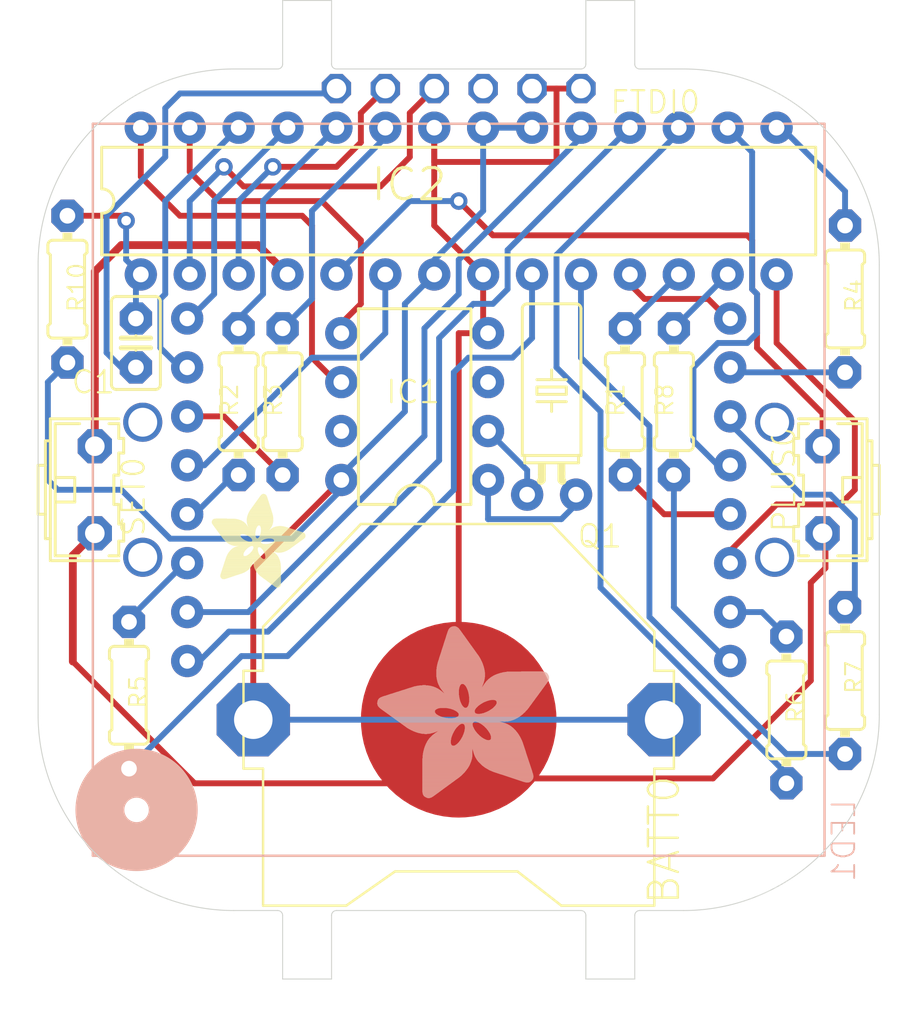
<source format=kicad_pcb>
(kicad_pcb (version 20211014) (generator pcbnew)
  (layers (0 "F.Cu" signal) (1 "In1.Cu" signal) (2 "In2.Cu" signal) (3 "In3.Cu" signal) (4 "In4.Cu" signal) (5 "In5.Cu" signal) (6 "In6.Cu" signal) (7 "In7.Cu" signal) (8 "In8.Cu" signal) (9 "In9.Cu" signal) (10 "In10.Cu" signal) (11 "In11.Cu" signal) (12 "In12.Cu" signal) (13 "In13.Cu" signal) (14 "In14.Cu" signal) (31 "B.Cu" signal) (34 "B.Paste" user) (35 "F.Paste" user) (36 "B.SilkS" user "B.Silkscreen") (37 "F.SilkS" user "F.Silkscreen") (38 "B.Mask" user) (39 "F.Mask" user) (44 "Edge.Cuts" user))
  (net 0 "")
  (net 1 "GND")
  (net 2 "VCC")
  (net 3 "N$1")
  (net 4 "N$2")
  (net 5 "N$3")
  (net 6 "I2C_SDA")
  (net 7 "I2C_SCL")
  (net 8 "LEDCATHODE0")
  (net 9 "LEDCATHODE1")
  (net 10 "LEDCATHODE2")
  (net 11 "LEDCATHODE5")
  (net 12 "LEDCATHODE7")
  (net 13 "LEDCATHODE6")
  (net 14 "LEDCATHODE3")
  (net 15 "LEDCATHODE4")
  (net 16 "LEDANODE7")
  (net 17 "LEDANODE6")
  (net 18 "LEDANODE5")
  (net 19 "LEDANODE4")
  (net 20 "LEDANODE3")
  (net 21 "LEDANODE2")
  (net 22 "LEDANODE1")
  (net 23 "LEDANODE0")
  (net 24 "N$10")
  (net 25 "N$7")
  (net 26 "N$6")
  (net 27 "N$13")
  (net 28 "N$14")
  (net 29 "N$9")
  (net 30 "N$8")
  (net 31 "N$11")
  (net 32 "TXD")
  (net 33 "RXD")
  (net 34 "N$16")
  (net 35 "N$4")
  (net 36 "N$5")
  (footprint "boardEagle:1X06-CLEAN" (layer "F.Cu") (at 148.5011 84.1756 180)
    (fp_text reference "FTDI0" (at -7.7978 -0.7112) (layer "F.SilkS") (effects (font (size 1.1557 1.1557) (thickness 0.1143)) (justify left)))
    (fp_text value "DNP")
    (pad "1" thru_hole roundrect (at -6.35 0 270) (size 1.524 1.524) (drill 1.016) (layers *.Cu *.Mask) (chamfer_ratio 0.2928932188) (chamfer top_left top_right bottom_left bottom_right) (net 1 "GND"))
    (pad "2" thru_hole roundrect (at -3.81 0 270) (size 1.524 1.524) (drill 1.016) (layers *.Cu *.Mask) (chamfer_ratio 0.2928932188) (chamfer top_left top_right bottom_left bottom_right) (net 1 "GND"))
    (pad "3" thru_hole roundrect (at -1.27 0 270) (size 1.524 1.524) (drill 1.016) (layers *.Cu *.Mask) (chamfer_ratio 0.2928932188) (chamfer top_left top_right bottom_left bottom_right))
    (pad "4" thru_hole roundrect (at 1.27 0 270) (size 1.524 1.524) (drill 1.016) (layers *.Cu *.Mask) (chamfer_ratio 0.2928932188) (chamfer top_left top_right bottom_left bottom_right) (net 33 "RXD"))
    (pad "5" thru_hole roundrect (at 3.81 0 270) (size 1.524 1.524) (drill 1.016) (layers *.Cu *.Mask) (chamfer_ratio 0.2928932188) (chamfer top_left top_right bottom_left bottom_right) (net 32 "TXD"))
    (pad "6" thru_hole roundrect (at 6.35 0 270) (size 1.524 1.524) (drill 1.016) (layers *.Cu *.Mask) (chamfer_ratio 0.2928932188) (chamfer top_left top_right bottom_left bottom_right) (net 34 "N$16"))
  )
  (footprint "boardEagle:ADAFRUIT_5MM" (layer "F.Cu") (at 135.6741 110.0836)
    (fp_text reference "U$1" hide)
    (fp_text value "" hide)
  )
  (footprint "boardEagle:CR2032-THRU" (layer "F.Cu") (at 148.5011 116.9416 180)
    (fp_text reference "BATT0" (at -10.668 -2.794 90) (layer "F.SilkS") (effects (font (size 1.553017 1.553017) (thickness 0.123383)) (justify right)))
    (fp_text value "CR2032")
    (pad "+1" thru_hole roundrect (at -10.668 0 180) (size 3.81 3.81) (drill 2) (layers *.Cu *.Mask) (chamfer_ratio 0.2928932188) (chamfer top_left top_right bottom_left bottom_right) (net 2 "VCC"))
    (pad "+2" thru_hole roundrect (at 10.668 0 180) (size 3.81 3.81) (drill 2) (layers *.Cu *.Mask) (chamfer_ratio 0.2928932188) (chamfer top_left top_right bottom_left bottom_right) (net 2 "VCC"))
    (pad "-" smd roundrect (at 0 0 180) (size 10.16 10.16) (layers "F.Cu" "F.Paste" "F.Mask") (roundrect_rratio 0.5) (net 1 "GND"))
  )
  (footprint "boardEagle:DIL08-ROUND" (layer "F.Cu") (at 146.2151 100.6856 90)
    (fp_text reference "IC1" (at 0.762 1.397) (layer "F.SilkS") (effects (font (size 1.1557 1.1557) (thickness 0.1143)) (justify right)))
    (fp_text value "DS1337")
    (pad "1" thru_hole circle (at -3.81 3.81 180) (size 1.6764 1.6764) (drill 0.8128) (layers *.Cu *.Mask) (net 4 "N$2"))
    (pad "2" thru_hole circle (at -1.27 3.81 180) (size 1.6764 1.6764) (drill 0.8128) (layers *.Cu *.Mask) (net 5 "N$3"))
    (pad "3" thru_hole circle (at 1.27 3.81 180) (size 1.6764 1.6764) (drill 0.8128) (layers *.Cu *.Mask))
    (pad "4" thru_hole circle (at 3.81 3.81 180) (size 1.6764 1.6764) (drill 0.8128) (layers *.Cu *.Mask) (net 1 "GND"))
    (pad "5" thru_hole circle (at 3.81 -3.81 180) (size 1.6764 1.6764) (drill 0.8128) (layers *.Cu *.Mask) (net 6 "I2C_SDA"))
    (pad "6" thru_hole circle (at 1.27 -3.81 180) (size 1.6764 1.6764) (drill 0.8128) (layers *.Cu *.Mask) (net 7 "I2C_SCL"))
    (pad "7" thru_hole circle (at -1.27 -3.81 180) (size 1.6764 1.6764) (drill 0.8128) (layers *.Cu *.Mask))
    (pad "8" thru_hole circle (at -3.81 -3.81 180) (size 1.6764 1.6764) (drill 0.8128) (layers *.Cu *.Mask) (net 2 "VCC"))
  )
  (footprint "boardEagle:0204_7" (layer "F.Cu") (at 128.1811 94.5896 90)
    (fp_text reference "R10" (at -1.27 0.4826 90) (layer "F.SilkS") (effects (font (size 0.885993 0.885993) (thickness 0.104607)) (justify left)))
    (fp_text value "10K")
    (pad "1" thru_hole roundrect (at -3.81 0 90) (size 1.6764 1.6764) (drill 0.8128) (layers *.Cu *.Mask) (chamfer_ratio 0.2928932188) (chamfer top_left top_right bottom_left bottom_right) (net 2 "VCC"))
    (pad "2" thru_hole roundrect (at 3.81 0 90) (size 1.6764 1.6764) (drill 0.8128) (layers *.Cu *.Mask) (chamfer_ratio 0.2928932188) (chamfer top_left top_right bottom_left bottom_right) (net 3 "N$1"))
  )
  (footprint "boardEagle:TC38H" (layer "F.Cu") (at 153.3271 105.2576)
    (fp_text reference "Q1" (at 1.27 2.159) (layer "F.SilkS") (effects (font (size 1.1557 1.1557) (thickness 0.1143)) (justify left)))
    (fp_text value "32.768KHz")
    (pad "1" thru_hole circle (at -1.27 0) (size 1.6764 1.6764) (drill 0.8128) (layers *.Cu *.Mask) (net 5 "N$3"))
    (pad "2" thru_hole circle (at 1.27 0) (size 1.6764 1.6764) (drill 0.8128) (layers *.Cu *.Mask) (net 4 "N$2"))
  )
  (footprint "boardEagle:0204_7" (layer "F.Cu") (at 165.5191 116.4336 90)
    (fp_text reference "R6" (at -0.762 0.4826 90) (layer "F.SilkS") (effects (font (size 0.885993 0.885993) (thickness 0.104607)) (justify left)))
    (fp_text value "47")
    (pad "1" thru_hole roundrect (at -3.81 0 90) (size 1.6764 1.6764) (drill 0.8128) (layers *.Cu *.Mask) (chamfer_ratio 0.2928932188) (chamfer top_left top_right bottom_left bottom_right) (net 31 "N$11"))
    (pad "2" thru_hole roundrect (at 3.81 0 90) (size 1.6764 1.6764) (drill 0.8128) (layers *.Cu *.Mask) (chamfer_ratio 0.2928932188) (chamfer top_left top_right bottom_left bottom_right) (net 17 "LEDANODE6"))
  )
  (footprint "boardEagle:B3F-31XX-SKINNIER" (layer "F.Cu") (at 130.8481 105.0036 -90)
    (fp_text reference "SET0" (at -1.778 -0.762 90) (layer "F.SilkS") (effects (font (size 1.1557 1.1557) (thickness 0.1143)) (justify right)))
    (fp_text value "")
    (pad "1" thru_hole roundrect (at -2.2606 1.2446 270) (size 1.778 1.778) (drill 1.016) (layers *.Cu *.Mask) (chamfer_ratio 0.2928932188) (chamfer top_left top_right bottom_left bottom_right) (net 35 "N$4"))
    (pad "2" thru_hole roundrect (at 2.2606 1.2446 270) (size 1.778 1.778) (drill 1.016) (layers *.Cu *.Mask) (chamfer_ratio 0.2928932188) (chamfer top_left top_right bottom_left bottom_right) (net 1 "GND"))
    (pad "3" thru_hole circle (at -3.5052 -1.2446 270) (size 2.032 2.032) (drill 1.4986) (layers *.Cu *.Mask))
    (pad "4" thru_hole circle (at 3.5052 -1.2446 270) (size 2.032 2.032) (drill 1.4986) (layers *.Cu *.Mask))
  )
  (footprint "boardEagle:B3F-31XX-SKINNIER" (layer "F.Cu") (at 166.1541 105.0036 90)
    (fp_text reference "PLUS0" (at -2.286 -0.762 90) (layer "F.SilkS") (effects (font (size 1.1557 1.1557) (thickness 0.1143)) (justify left)))
    (fp_text value "")
    (pad "1" thru_hole roundrect (at -2.2606 1.2446 90) (size 1.778 1.778) (drill 1.016) (layers *.Cu *.Mask) (chamfer_ratio 0.2928932188) (chamfer top_left top_right bottom_left bottom_right) (net 1 "GND"))
    (pad "2" thru_hole roundrect (at 2.2606 1.2446 90) (size 1.778 1.778) (drill 1.016) (layers *.Cu *.Mask) (chamfer_ratio 0.2928932188) (chamfer top_left top_right bottom_left bottom_right) (net 36 "N$5"))
    (pad "3" thru_hole circle (at -3.5052 -1.2446 90) (size 2.032 2.032) (drill 1.4986) (layers *.Cu *.Mask))
    (pad "4" thru_hole circle (at 3.5052 -1.2446 90) (size 2.032 2.032) (drill 1.4986) (layers *.Cu *.Mask))
  )
  (footprint "boardEagle:0204_7" (layer "F.Cu") (at 157.1371 100.4316 -90)
    (fp_text reference "R1" (at -1.016 0.4826 90) (layer "F.SilkS") (effects (font (size 0.885993 0.885993) (thickness 0.104607)) (justify right)))
    (fp_text value "47")
    (pad "1" thru_hole roundrect (at -3.81 0 270) (size 1.6764 1.6764) (drill 0.8128) (layers *.Cu *.Mask) (chamfer_ratio 0.2928932188) (chamfer top_left top_right bottom_left bottom_right) (net 26 "N$6"))
    (pad "2" thru_hole roundrect (at 3.81 0 270) (size 1.6764 1.6764) (drill 0.8128) (layers *.Cu *.Mask) (chamfer_ratio 0.2928932188) (chamfer top_left top_right bottom_left bottom_right) (net 23 "LEDANODE0"))
  )
  (footprint "boardEagle:0204_7" (layer "F.Cu") (at 168.5671 114.9096 90)
    (fp_text reference "R7" (at -0.762 0.4826 90) (layer "F.SilkS") (effects (font (size 0.885993 0.885993) (thickness 0.104607)) (justify left)))
    (fp_text value "47")
    (pad "1" thru_hole roundrect (at -3.81 0 90) (size 1.6764 1.6764) (drill 0.8128) (layers *.Cu *.Mask) (chamfer_ratio 0.2928932188) (chamfer top_left top_right bottom_left bottom_right) (net 29 "N$9"))
    (pad "2" thru_hole roundrect (at 3.81 0 90) (size 1.6764 1.6764) (drill 0.8128) (layers *.Cu *.Mask) (chamfer_ratio 0.2928932188) (chamfer top_left top_right bottom_left bottom_right) (net 18 "LEDANODE5"))
  )
  (footprint "boardEagle:0204_7" (layer "F.Cu") (at 131.3779 115.6716 90)
    (fp_text reference "R5" (at -0.762 0.4826 90) (layer "F.SilkS") (effects (font (size 0.885993 0.885993) (thickness 0.104607)) (justify left)))
    (fp_text value "47")
    (pad "1" thru_hole roundrect (at -3.81 0 90) (size 1.6764 1.6764) (drill 0.8128) (layers *.Cu *.Mask) (chamfer_ratio 0.2928932188) (chamfer top_left top_right bottom_left bottom_right) (net 30 "N$8"))
    (pad "2" thru_hole roundrect (at 3.81 0 90) (size 1.6764 1.6764) (drill 0.8128) (layers *.Cu *.Mask) (chamfer_ratio 0.2928932188) (chamfer top_left top_right bottom_left bottom_right) (net 22 "LEDANODE1"))
  )
  (footprint "boardEagle:C025-025X050" (layer "F.Cu") (at 131.7371 97.3836 90)
    (fp_text reference "C1" (at -2.032 -1.016) (layer "F.SilkS") (effects (font (size 1.1557 1.1557) (thickness 0.1143)) (justify right)))
    (fp_text value "0.1uF")
    (pad "1" thru_hole roundrect (at -1.27 0 90) (size 1.6764 1.6764) (drill 0.8128) (layers *.Cu *.Mask) (chamfer_ratio 0.2928932188) (chamfer top_left top_right bottom_left bottom_right) (net 34 "N$16"))
    (pad "2" thru_hole roundrect (at 1.27 0 90) (size 1.6764 1.6764) (drill 0.8128) (layers *.Cu *.Mask) (chamfer_ratio 0.2928932188) (chamfer top_left top_right bottom_left bottom_right) (net 3 "N$1"))
  )
  (footprint "boardEagle:0204_7" (layer "F.Cu") (at 137.0711 100.4316 -90)
    (fp_text reference "R2" (at -1.016 0.4826 90) (layer "F.SilkS") (effects (font (size 0.885993 0.885993) (thickness 0.104607)) (justify right)))
    (fp_text value "47")
    (pad "1" thru_hole roundrect (at -3.81 0 270) (size 1.6764 1.6764) (drill 0.8128) (layers *.Cu *.Mask) (chamfer_ratio 0.2928932188) (chamfer top_left top_right bottom_left bottom_right) (net 24 "N$10"))
    (pad "2" thru_hole roundrect (at 3.81 0 270) (size 1.6764 1.6764) (drill 0.8128) (layers *.Cu *.Mask) (chamfer_ratio 0.2928932188) (chamfer top_left top_right bottom_left bottom_right) (net 21 "LEDANODE2"))
  )
  (footprint "boardEagle:0204_7" (layer "F.Cu") (at 168.5671 95.0976 -90)
    (fp_text reference "R4" (at 0.762 -0.4826 90) (layer "F.SilkS") (effects (font (size 0.885993 0.885993) (thickness 0.104607)) (justify left)))
    (fp_text value "47")
    (pad "1" thru_hole roundrect (at -3.81 0 270) (size 1.6764 1.6764) (drill 0.8128) (layers *.Cu *.Mask) (chamfer_ratio 0.2928932188) (chamfer top_left top_right bottom_left bottom_right) (net 28 "N$14"))
    (pad "2" thru_hole roundrect (at 3.81 0 270) (size 1.6764 1.6764) (drill 0.8128) (layers *.Cu *.Mask) (chamfer_ratio 0.2928932188) (chamfer top_left top_right bottom_left bottom_right) (net 20 "LEDANODE3"))
  )
  (footprint "boardEagle:0204_7" (layer "F.Cu") (at 159.6771 100.4316 -90)
    (fp_text reference "R8" (at -1.016 0.4826 90) (layer "F.SilkS") (effects (font (size 0.885993 0.885993) (thickness 0.104607)) (justify right)))
    (fp_text value "47")
    (pad "1" thru_hole roundrect (at -3.81 0 270) (size 1.6764 1.6764) (drill 0.8128) (layers *.Cu *.Mask) (chamfer_ratio 0.2928932188) (chamfer top_left top_right bottom_left bottom_right) (net 27 "N$13"))
    (pad "2" thru_hole roundrect (at 3.81 0 270) (size 1.6764 1.6764) (drill 0.8128) (layers *.Cu *.Mask) (chamfer_ratio 0.2928932188) (chamfer top_left top_right bottom_left bottom_right) (net 16 "LEDANODE7"))
  )
  (footprint "boardEagle:0204_7" (layer "F.Cu") (at 139.3571 100.4316 -90)
    (fp_text reference "R3" (at -1.016 0.4826 90) (layer "F.SilkS") (effects (font (size 0.885993 0.885993) (thickness 0.104607)) (justify right)))
    (fp_text value "47")
    (pad "1" thru_hole roundrect (at -3.81 0 270) (size 1.6764 1.6764) (drill 0.8128) (layers *.Cu *.Mask) (chamfer_ratio 0.2928932188) (chamfer top_left top_right bottom_left bottom_right) (net 25 "N$7"))
    (pad "2" thru_hole roundrect (at 3.81 0 270) (size 1.6764 1.6764) (drill 0.8128) (layers *.Cu *.Mask) (chamfer_ratio 0.2928932188) (chamfer top_left top_right bottom_left bottom_right) (net 19 "LEDANODE4"))
  )
  (footprint "boardEagle:DIL28-3-ROUND" (layer "F.Cu") (at 148.5011 90.0176)
    (fp_text reference "IC2" (at -0.508 -0.8636) (layer "F.SilkS") (effects (font (size 1.61798 1.61798) (thickness 0.16002)) (justify right)))
    (fp_text value "ATMEGA168PROUND")
    (pad "1" thru_hole circle (at -16.51 3.81 90) (size 1.6764 1.6764) (drill 0.8128) (layers *.Cu *.Mask) (net 3 "N$1"))
    (pad "2" thru_hole circle (at -13.97 3.81 90) (size 1.6764 1.6764) (drill 0.8128) (layers *.Cu *.Mask) (net 33 "RXD"))
    (pad "3" thru_hole circle (at -11.43 3.81 90) (size 1.6764 1.6764) (drill 0.8128) (layers *.Cu *.Mask) (net 32 "TXD"))
    (pad "4" thru_hole circle (at -8.89 3.81 90) (size 1.6764 1.6764) (drill 0.8128) (layers *.Cu *.Mask) (net 35 "N$4"))
    (pad "5" thru_hole circle (at -6.35 3.81 90) (size 1.6764 1.6764) (drill 0.8128) (layers *.Cu *.Mask) (net 36 "N$5"))
    (pad "6" thru_hole circle (at -3.81 3.81 90) (size 1.6764 1.6764) (drill 0.8128) (layers *.Cu *.Mask) (net 12 "LEDCATHODE7"))
    (pad "7" thru_hole circle (at -1.27 3.81 90) (size 1.6764 1.6764) (drill 0.8128) (layers *.Cu *.Mask) (net 2 "VCC"))
    (pad "8" thru_hole circle (at 1.27 3.81 90) (size 1.6764 1.6764) (drill 0.8128) (layers *.Cu *.Mask) (net 1 "GND"))
    (pad "9" thru_hole circle (at 3.81 3.81 90) (size 1.6764 1.6764) (drill 0.8128) (layers *.Cu *.Mask) (net 30 "N$8"))
    (pad "10" thru_hole circle (at 6.35 3.81 90) (size 1.6764 1.6764) (drill 0.8128) (layers *.Cu *.Mask) (net 29 "N$9"))
    (pad "11" thru_hole circle (at 8.89 3.81 90) (size 1.6764 1.6764) (drill 0.8128) (layers *.Cu *.Mask) (net 8 "LEDCATHODE0"))
    (pad "12" thru_hole circle (at 11.43 3.81 90) (size 1.6764 1.6764) (drill 0.8128) (layers *.Cu *.Mask) (net 26 "N$6"))
    (pad "13" thru_hole circle (at 13.97 3.81 90) (size 1.6764 1.6764) (drill 0.8128) (layers *.Cu *.Mask) (net 27 "N$13"))
    (pad "14" thru_hole circle (at 16.51 3.81 90) (size 1.6764 1.6764) (drill 0.8128) (layers *.Cu *.Mask) (net 9 "LEDCATHODE1"))
    (pad "15" thru_hole circle (at 16.51 -3.81 90) (size 1.6764 1.6764) (drill 0.8128) (layers *.Cu *.Mask) (net 28 "N$14"))
    (pad "16" thru_hole circle (at 13.97 -3.81 90) (size 1.6764 1.6764) (drill 0.8128) (layers *.Cu *.Mask) (net 14 "LEDCATHODE3"))
    (pad "17" thru_hole circle (at 11.43 -3.81 90) (size 1.6764 1.6764) (drill 0.8128) (layers *.Cu *.Mask) (net 31 "N$11"))
    (pad "18" thru_hole circle (at 8.89 -3.81 90) (size 1.6764 1.6764) (drill 0.8128) (layers *.Cu *.Mask) (net 15 "LEDCATHODE4"))
    (pad "19" thru_hole circle (at 6.35 -3.81 90) (size 1.6764 1.6764) (drill 0.8128) (layers *.Cu *.Mask) (net 13 "LEDCATHODE6"))
    (pad "20" thru_hole circle (at 3.81 -3.81 90) (size 1.6764 1.6764) (drill 0.8128) (layers *.Cu *.Mask) (net 2 "VCC"))
    (pad "21" thru_hole circle (at 1.27 -3.81 90) (size 1.6764 1.6764) (drill 0.8128) (layers *.Cu *.Mask) (net 2 "VCC"))
    (pad "22" thru_hole circle (at -1.27 -3.81 90) (size 1.6764 1.6764) (drill 0.8128) (layers *.Cu *.Mask) (net 1 "GND"))
    (pad "23" thru_hole circle (at -3.81 -3.81 90) (size 1.6764 1.6764) (drill 0.8128) (layers *.Cu *.Mask) (net 25 "N$7"))
    (pad "24" thru_hole circle (at -6.35 -3.81 90) (size 1.6764 1.6764) (drill 0.8128) (layers *.Cu *.Mask) (net 24 "N$10"))
    (pad "25" thru_hole circle (at -8.89 -3.81 90) (size 1.6764 1.6764) (drill 0.8128) (layers *.Cu *.Mask) (net 10 "LEDCATHODE2"))
    (pad "26" thru_hole circle (at -11.43 -3.81 90) (size 1.6764 1.6764) (drill 0.8128) (layers *.Cu *.Mask) (net 11 "LEDCATHODE5"))
    (pad "27" thru_hole circle (at -13.97 -3.81 90) (size 1.6764 1.6764) (drill 0.8128) (layers *.Cu *.Mask) (net 6 "I2C_SDA"))
    (pad "28" thru_hole circle (at -16.51 -3.81 90) (size 1.6764 1.6764) (drill 0.8128) (layers *.Cu *.Mask) (net 7 "I2C_SCL"))
  )
  (footprint "boardEagle:SEGMENT_BL-M15A881" (layer "B.Cu") (at 148.5011 105.0036 90)
    (fp_text reference "LED1" (at -16 20 90) (layer "B.SilkS") (effects (font (size 1.176528 1.176528) (thickness 0.093472)) (justify left mirror)))
    (fp_text value "BL-M15881B")
    (pad "1" thru_hole circle (at -8.89 -14.1 90) (size 1.6764 1.6764) (drill 0.8) (layers *.Cu *.Mask) (net 15 "LEDCATHODE4"))
    (pad "2" thru_hole circle (at -6.35 -14.1 90) (size 1.6764 1.6764) (drill 0.8) (layers *.Cu *.Mask) (net 13 "LEDCATHODE6"))
    (pad "3" thru_hole circle (at -3.81 -14.1 90) (size 1.6764 1.6764) (drill 0.8) (layers *.Cu *.Mask) (net 22 "LEDANODE1"))
    (pad "4" thru_hole circle (at -1.27 -14.1 90) (size 1.6764 1.6764) (drill 0.8) (layers *.Cu *.Mask) (net 21 "LEDANODE2"))
    (pad "5" thru_hole circle (at 1.27 -14.1 90) (size 1.6764 1.6764) (drill 0.8) (layers *.Cu *.Mask) (net 12 "LEDCATHODE7"))
    (pad "6" thru_hole circle (at 3.81 -14.1 90) (size 1.6764 1.6764) (drill 0.8) (layers *.Cu *.Mask) (net 19 "LEDANODE4"))
    (pad "7" thru_hole circle (at 6.35 -14.1 90) (size 1.6764 1.6764) (drill 0.8) (layers *.Cu *.Mask) (net 11 "LEDCATHODE5"))
    (pad "8" thru_hole circle (at 8.89 -14.1 90) (size 1.6764 1.6764) (drill 0.8) (layers *.Cu *.Mask) (net 10 "LEDCATHODE2"))
    (pad "9" thru_hole circle (at 8.89 14.1 270) (size 1.6764 1.6764) (drill 0.8) (layers *.Cu *.Mask) (net 8 "LEDCATHODE0"))
    (pad "10" thru_hole circle (at 6.35 14.1 270) (size 1.6764 1.6764) (drill 0.8) (layers *.Cu *.Mask) (net 20 "LEDANODE3"))
    (pad "11" thru_hole circle (at 3.81 14.1 270) (size 1.6764 1.6764) (drill 0.8) (layers *.Cu *.Mask) (net 18 "LEDANODE5"))
    (pad "12" thru_hole circle (at 1.27 14.1 270) (size 1.6764 1.6764) (drill 0.8) (layers *.Cu *.Mask) (net 14 "LEDCATHODE3"))
    (pad "13" thru_hole circle (at -1.27 14.1 270) (size 1.6764 1.6764) (drill 0.8) (layers *.Cu *.Mask) (net 23 "LEDANODE0"))
    (pad "14" thru_hole circle (at -3.81 14.1 270) (size 1.6764 1.6764) (drill 0.8) (layers *.Cu *.Mask) (net 9 "LEDCATHODE1"))
    (pad "15" thru_hole circle (at -6.35 14.1 270) (size 1.6764 1.6764) (drill 0.8) (layers *.Cu *.Mask) (net 17 "LEDANODE6"))
    (pad "16" thru_hole circle (at -8.89 14.1 270) (size 1.6764 1.6764) (drill 0.8) (layers *.Cu *.Mask) (net 16 "LEDANODE7"))
  )
  (footprint "boardEagle:ADAFRUIT_9MM" (layer "B.Cu") (at 153.2001 121.0056 180)
    (fp_text reference "U$2" hide)
    (fp_text value "" hide)
  )
  (gr_arc (start 141.8971 127.1016) (mid 141.971495 126.921995) (end 142.1511 126.8476) (layer "Edge.Cuts") (width 0.05))
  (gr_line (start 157.6451 127.1016) (end 157.6451 130.4036) (layer "Edge.Cuts") (width 0.05))
  (gr_line (start 142.1511 83.1596) (end 154.8511 83.1596) (layer "Edge.Cuts") (width 0.05))
  (gr_line (start 141.8971 130.4036) (end 139.3571 130.4036) (layer "Edge.Cuts") (width 0.05))
  (gr_arc (start 139.3571 82.9056) (mid 139.282705 83.085205) (end 139.1031 83.1596) (layer "Edge.Cuts") (width 0.05))
  (gr_line (start 136.8171 83.1596) (end 139.1031 83.1596) (layer "Edge.Cuts") (width 0.05))
  (gr_arc (start 136.8171 126.8476) (mid 129.632895 123.871805) (end 126.6571 116.6876) (layer "Edge.Cuts") (width 0.05))
  (gr_arc (start 154.8511 126.8476) (mid 155.030705 126.921995) (end 155.1051 127.1016) (layer "Edge.Cuts") (width 0.05))
  (gr_arc (start 142.1511 83.1596) (mid 141.971495 83.085205) (end 141.8971 82.9056) (layer "Edge.Cuts") (width 0.05))
  (gr_line (start 155.1051 130.4036) (end 155.1051 127.1016) (layer "Edge.Cuts") (width 0.05))
  (gr_line (start 141.8971 127.1016) (end 141.8971 130.4036) (layer "Edge.Cuts") (width 0.05))
  (gr_line (start 160.1851 83.1596) (end 157.8991 83.1596) (layer "Edge.Cuts") (width 0.05))
  (gr_line (start 154.8511 126.8476) (end 142.1511 126.8476) (layer "Edge.Cuts") (width 0.05))
  (gr_line (start 160.1851 126.8476) (end 157.8991 126.8476) (layer "Edge.Cuts") (width 0.05))
  (gr_arc (start 160.1851 83.1596) (mid 167.369305 86.135395) (end 170.3451 93.3196) (layer "Edge.Cuts") (width 0.05))
  (gr_line (start 126.6571 93.3196) (end 126.6571 116.6876) (layer "Edge.Cuts") (width 0.05))
  (gr_line (start 139.3571 82.9056) (end 139.3571 79.6036) (layer "Edge.Cuts") (width 0.05))
  (gr_line (start 139.3571 127.1016) (end 139.3571 130.4036) (layer "Edge.Cuts") (width 0.05))
  (gr_arc (start 170.3451 116.6876) (mid 167.369305 123.871805) (end 160.1851 126.8476) (layer "Edge.Cuts") (width 0.05))
  (gr_arc (start 157.8991 83.1596) (mid 157.719495 83.085205) (end 157.6451 82.9056) (layer "Edge.Cuts") (width 0.05))
  (gr_line (start 139.1031 126.8476) (end 136.8171 126.8476) (layer "Edge.Cuts") (width 0.05))
  (gr_line (start 141.8971 79.6036) (end 141.8971 82.9056) (layer "Edge.Cuts") (width 0.05))
  (gr_arc (start 155.1051 82.9056) (mid 155.030705 83.085205) (end 154.8511 83.1596) (layer "Edge.Cuts") (width 0.05))
  (gr_line (start 170.3451 116.6876) (end 170.3451 93.3196) (layer "Edge.Cuts") (width 0.05))
  (gr_arc (start 139.1031 126.8476) (mid 139.282705 126.921995) (end 139.3571 127.1016) (layer "Edge.Cuts") (width 0.05))
  (gr_line (start 157.6451 130.4036) (end 155.1051 130.4036) (layer "Edge.Cuts") (width 0.05))
  (gr_line (start 155.1051 82.9056) (end 155.1051 79.6036) (layer "Edge.Cuts") (width 0.05))
  (gr_line (start 157.6451 82.9056) (end 157.6451 79.6036) (layer "Edge.Cuts") (width 0.05))
  (gr_line (start 139.3571 79.6036) (end 141.8971 79.6036) (layer "Edge.Cuts") (width 0.05))
  (gr_arc (start 126.6571 93.3196) (mid 129.632895 86.135395) (end 136.8171 83.1596) (layer "Edge.Cuts") (width 0.05))
  (gr_arc (start 157.6451 127.1016) (mid 157.719495 126.921995) (end 157.8991 126.8476) (layer "Edge.Cuts") (width 0.05))
  (gr_line (start 155.1051 79.6036) (end 157.6451 79.6036) (layer "Edge.Cuts") (width 0.05))
  (segment (start 147.2311 87.9856) (end 153.5811 87.9856) (width 0.3048) (layer "F.Cu") (net 1))
  (segment (start 144.9451 120.2436) (end 134.7851 120.2436) (width 0.3048) (layer "F.Cu") (net 1))
  (segment (start 167.5511 107.4166) (end 167.3987 107.2642) (width 0.3048) (layer "F.Cu") (net 1))
  (segment (start 128.4605 108.4072) (end 129.6035 107.2642) (width 0.4064) (layer "F.Cu") (net 1))
  (segment (start 153.5811 84.1756) (end 152.3111 84.1756) (width 0.3048) (layer "F.Cu") (net 1))
  (segment (start 153.5811 84.1756) (end 154.8511 84.1756) (width 0.3048) (layer "F.Cu") (net 1))
  (segment (start 147.9931 117.1956) (end 144.9451 120.2436) (width 0.3048) (layer "F.Cu") (net 1))
  (segment (start 128.4605 113.919) (end 128.4605 108.4072) (width 0.4064) (layer "F.Cu") (net 1))
  (segment (start 153.5811 87.9856) (end 153.5811 84.1756) (width 0.3048) (layer "F.Cu") (net 1))
  (segment (start 161.7091 119.9896) (end 151.5491 119.9896) (width 0.3048) (layer "F.Cu") (net 1))
  (segment (start 167.5511 109.0676) (end 167.5511 107.4166) (width 0.3048) (layer "F.Cu") (net 1))
  (segment (start 166.7891 109.8296) (end 167.5511 109.0676) (width 0.3048) (layer "F.Cu") (net 1))
  (segment (start 148.5011 116.9416) (end 148.5011 116.6876) (width 0.3048) (layer "F.Cu") (net 1))
  (segment (start 149.7711 93.8276) (end 147.2311 91.2876) (width 0.3048) (layer "F.Cu") (net 1))
  (segment (start 147.2311 86.2076) (end 147.2311 87.9856) (width 0.3048) (layer "F.Cu") (net 1))
  (segment (start 134.7851 120.2436) (end 128.4605 113.919) (width 0.3048) (layer "F.Cu") (net 1))
  (segment (start 151.5491 119.9896) (end 148.5011 116.9416) (width 0.3048) (layer "F.Cu") (net 1))
  (segment (start 161.7091 119.9896) (end 166.7891 114.9096) (width 0.3048) (layer "F.Cu") (net 1))
  (segment (start 150.0251 96.8756) (end 149.7711 96.6216) (width 0.3048) (layer "F.Cu") (net 1))
  (segment (start 147.2311 91.2876) (end 147.2311 86.2076) (width 0.3048) (layer "F.Cu") (net 1))
  (segment (start 149.7711 96.6216) (end 149.7711 93.8276) (width 0.3048) (layer "F.Cu") (net 1))
  (segment (start 148.5011 116.9416) (end 148.5011 117.1956) (width 0.3048) (layer "F.Cu") (net 1))
  (segment (start 148.5011 96.8756) (end 150.0251 96.8756) (width 0.3048) (layer "F.Cu") (net 1))
  (segment (start 148.5011 117.1956) (end 147.9931 117.1956) (width 0.3048) (layer "F.Cu") (net 1))
  (segment (start 148.5011 116.9416) (end 148.5011 96.8756) (width 0.3048) (layer "F.Cu") (net 1))
  (segment (start 166.7891 114.9096) (end 166.7891 109.8296) (width 0.3048) (layer "F.Cu") (net 1))
  (segment (start 137.8331 116.9416) (end 137.8331 109.0676) (width 0.3048) (layer "F.Cu") (net 2))
  (segment (start 137.8331 109.0676) (end 142.4051 104.4956) (width 0.3048) (layer "F.Cu") (net 2))
  (segment (start 137.8331 116.9416) (end 137.5791 116.6876) (width 0.3048) (layer "B.Cu") (net 2))
  (segment (start 127.1651 104.4956) (end 127.1651 99.4156) (width 0.3048) (layer "B.Cu") (net 2))
  (segment (start 149.7711 90.5256) (end 149.7711 86.4616) (width 0.3048) (layer "B.Cu") (net 2))
  (segment (start 127.6731 105.0036) (end 127.1651 104.4956) (width 0.3048) (layer "B.Cu") (net 2))
  (segment (start 147.2311 93.0656) (end 149.7711 90.5256) (width 0.3048) (layer "B.Cu") (net 2))
  (segment (start 150.0251 86.2076) (end 152.3111 86.2076) (width 0.3048) (layer "B.Cu") (net 2))
  (segment (start 159.1691 116.9416) (end 137.8331 116.9416) (width 0.3048) (layer "B.Cu") (net 2))
  (segment (start 142.4051 104.4956) (end 142.4051 104.2416) (width 0.3048) (layer "B.Cu") (net 2))
  (segment (start 142.1511 105.2576) (end 139.8651 107.5436) (width 0.3048) (layer "B.Cu") (net 2))
  (segment (start 149.7711 86.4616) (end 150.0251 86.2076) (width 0.3048) (layer "B.Cu") (net 2))
  (segment (start 145.7071 95.3516) (end 147.2311 93.8276) (width 0.3048) (layer "B.Cu") (net 2))
  (segment (start 145.7071 100.9396) (end 145.7071 95.3516) (width 0.3048) (layer "B.Cu") (net 2))
  (segment (start 147.2311 93.8276) (end 147.2311 93.0656) (width 0.3048) (layer "B.Cu") (net 2))
  (segment (start 130.9751 105.0036) (end 127.6731 105.0036) (width 0.3048) (layer "B.Cu") (net 2))
  (segment (start 142.1511 104.7496) (end 142.1511 105.2576) (width 0.3048) (layer "B.Cu") (net 2))
  (segment (start 139.8651 107.5436) (end 133.5151 107.5436) (width 0.3048) (layer "B.Cu") (net 2))
  (segment (start 142.4051 104.4956) (end 142.1511 104.7496) (width 0.3048) (layer "B.Cu") (net 2))
  (segment (start 142.4051 104.2416) (end 145.7071 100.9396) (width 0.3048) (layer "B.Cu") (net 2))
  (segment (start 127.1651 99.4156) (end 128.1811 98.3996) (width 0.3048) (layer "B.Cu") (net 2))
  (segment (start 150.0251 86.2076) (end 149.7711 85.9536) (width 0.4064) (layer "B.Cu") (net 2))
  (segment (start 150.0251 86.2076) (end 149.7711 86.2076) (width 0.4064) (layer "B.Cu") (net 2))
  (segment (start 133.5151 107.5436) (end 130.9751 105.0036) (width 0.3048) (layer "B.Cu") (net 2))
  (segment (start 130.9751 90.7796) (end 128.1811 90.7796) (width 0.3048) (layer "F.Cu") (net 3))
  (segment (start 131.2291 91.0336) (end 130.9751 90.7796) (width 0.3048) (layer "F.Cu") (net 3))
  (via (at 131.2291 91.0336) (size 0.9064) (drill 0.5) (layers "F.Cu" "B.Cu") (net 3))
  (segment (start 131.2291 93.0656) (end 131.9911 93.8276) (width 0.3048) (layer "B.Cu") (net 3))
  (segment (start 131.2291 91.0336) (end 131.2291 93.0656) (width 0.3048) (layer "B.Cu") (net 3))
  (segment (start 131.9911 93.8276) (end 131.7371 94.0816) (width 0.3048) (layer "B.Cu") (net 3))
  (segment (start 131.7371 94.0816) (end 131.7371 96.1136) (width 0.3048) (layer "B.Cu") (net 3))
  (segment (start 150.0251 106.5276) (end 153.8351 106.5276) (width 0.3048) (layer "B.Cu") (net 4))
  (segment (start 150.0251 104.4956) (end 150.0251 106.5276) (width 0.3048) (layer "B.Cu") (net 4))
  (segment (start 154.5971 105.7656) (end 154.5971 105.2576) (width 0.3048) (layer "B.Cu") (net 4))
  (segment (start 153.8351 106.5276) (end 154.5971 105.7656) (width 0.3048) (layer "B.Cu") (net 4))
  (segment (start 152.0571 105.2576) (end 152.0571 103.9876) (width 0.3048) (layer "B.Cu") (net 5))
  (segment (start 152.0571 103.9876) (end 150.0251 101.9556) (width 0.3048) (layer "B.Cu") (net 5))
  (segment (start 143.4211 95.3516) (end 143.4211 92.0496) (width 0.3048) (layer "F.Cu") (net 6))
  (segment (start 136.0551 90.0176) (end 134.5311 88.4936) (width 0.3048) (layer "F.Cu") (net 6))
  (segment (start 143.4211 92.0496) (end 141.3891 90.0176) (width 0.3048) (layer "F.Cu") (net 6))
  (segment (start 141.3891 90.0176) (end 136.0551 90.0176) (width 0.3048) (layer "F.Cu") (net 6))
  (segment (start 142.4051 96.3676) (end 143.4211 95.3516) (width 0.3048) (layer "F.Cu") (net 6))
  (segment (start 142.4051 96.8756) (end 142.4051 97.1296) (width 0.3048) (layer "F.Cu") (net 6))
  (segment (start 142.4051 96.8756) (end 142.4051 96.3676) (width 0.3048) (layer "F.Cu") (net 6))
  (segment (start 134.5311 88.4936) (end 134.5311 86.2076) (width 0.3048) (layer "F.Cu") (net 6))
  (segment (start 142.1511 99.4156) (end 140.8811 98.1456) (width 0.3048) (layer "F.Cu") (net 7))
  (segment (start 142.4051 99.4156) (end 142.1511 99.4156) (width 0.3048) (layer "F.Cu") (net 7))
  (segment (start 140.3731 90.7796) (end 134.0231 90.7796) (width 0.3048) (layer "F.Cu") (net 7))
  (segment (start 140.8811 91.2876) (end 140.3731 90.7796) (width 0.3048) (layer "F.Cu") (net 7))
  (segment (start 131.9911 88.7476) (end 131.9911 86.2076) (width 0.3048) (layer "F.Cu") (net 7))
  (segment (start 134.0231 90.7796) (end 131.9911 88.7476) (width 0.3048) (layer "F.Cu") (net 7))
  (segment (start 140.8811 98.1456) (end 140.8811 91.2876) (width 0.3048) (layer "F.Cu") (net 7))
  (segment (start 158.1531 95.0976) (end 161.4551 95.0976) (width 0.3048) (layer "F.Cu") (net 8))
  (segment (start 162.4711 96.1136) (end 162.6011 96.1136) (width 0.3048) (layer "F.Cu") (net 8))
  (segment (start 158.1531 95.0976) (end 157.3911 94.3356) (width 0.3048) (layer "F.Cu") (net 8))
  (segment (start 157.3911 94.3356) (end 157.3911 93.8276) (width 0.3048) (layer "F.Cu") (net 8))
  (segment (start 162.6011 96.1136) (end 162.7251 96.1136) (width 0.3048) (layer "F.Cu") (net 8))
  (segment (start 161.4551 95.0976) (end 162.4711 96.1136) (width 0.3048) (layer "F.Cu") (net 8))
  (segment (start 169.0751 105.0036) (end 168.3131 105.7656) (width 0.3048) (layer "F.Cu") (net 9))
  (segment (start 165.0111 105.7656) (end 162.5741 108.2026) (width 0.3048) (layer "F.Cu") (net 9))
  (segment (start 165.0111 97.3836) (end 165.0111 93.8276) (width 0.3048) (layer "F.Cu") (net 9))
  (segment (start 162.6011 108.2026) (end 162.6011 108.8136) (width 0.3048) (layer "F.Cu") (net 9))
  (segment (start 168.3131 105.7656) (end 165.0111 105.7656) (width 0.3048) (layer "F.Cu") (net 9))
  (segment (start 165.0111 97.3836) (end 169.0751 101.4476) (width 0.3048) (layer "F.Cu") (net 9))
  (segment (start 169.0751 101.4476) (end 169.0751 105.0036) (width 0.3048) (layer "F.Cu") (net 9))
  (segment (start 162.5741 108.2026) (end 162.6011 108.2026) (width 0.3048) (layer "F.Cu") (net 9))
  (segment (start 135.8011 90.0176) (end 139.6111 86.2076) (width 0.3048) (layer "B.Cu") (net 10))
  (segment (start 135.8011 94.8436) (end 134.5311 96.1136) (width 0.3048) (layer "B.Cu") (net 10))
  (segment (start 134.5311 96.1136) (end 134.4011 96.1136) (width 0.3048) (layer "B.Cu") (net 10))
  (segment (start 135.8011 90.0176) (end 135.8011 94.8436) (width 0.3048) (layer "B.Cu") (net 10))
  (segment (start 133.2611 90.0176) (end 137.0711 86.2076) (width 0.3048) (layer "B.Cu") (net 11))
  (segment (start 133.2611 90.0176) (end 133.2611 94.8436) (width 0.3048) (layer "B.Cu") (net 11))
  (segment (start 133.0071 97.6376) (end 134.0231 98.6536) (width 0.3048) (layer "B.Cu") (net 11))
  (segment (start 133.2611 94.8436) (end 133.0071 95.0976) (width 0.3048) (layer "B.Cu") (net 11))
  (segment (start 134.0231 98.6536) (end 134.4011 98.6536) (width 0.3048) (layer "B.Cu") (net 11))
  (segment (start 133.0071 95.0976) (end 133.0071 97.6376) (width 0.3048) (layer "B.Cu") (net 11))
  (segment (start 140.8811 98.1456) (end 135.2931 103.7336) (width 0.3048) (layer "B.Cu") (net 12))
  (segment (start 143.4211 98.1456) (end 140.8811 98.1456) (width 0.3048) (layer "B.Cu") (net 12))
  (segment (start 135.2931 103.7336) (end 134.4011 103.7336) (width 0.3048) (layer "B.Cu") (net 12))
  (segment (start 143.4211 98.1456) (end 144.6911 96.8756) (width 0.3048) (layer "B.Cu") (net 12))
  (segment (start 144.6911 96.8756) (end 144.6911 93.8276) (width 0.3048) (layer "B.Cu") (net 12))
  (segment (start 148.5011 93.0656) (end 154.8511 86.7156) (width 0.3048) (layer "B.Cu") (net 13))
  (segment (start 137.5791 111.3536) (end 134.4011 111.3536) (width 0.3048) (layer "B.Cu") (net 13))
  (segment (start 146.7231 102.2096) (end 137.5791 111.3536) (width 0.3048) (layer "B.Cu") (net 13))
  (segment (start 148.5011 94.8436) (end 148.5011 93.0656) (width 0.3048) (layer "B.Cu") (net 13))
  (segment (start 146.7231 102.2096) (end 146.7231 96.6216) (width 0.3048) (layer "B.Cu") (net 13))
  (segment (start 146.7231 96.6216) (end 148.5011 94.8436) (width 0.3048) (layer "B.Cu") (net 13))
  (segment (start 154.8511 86.7156) (end 154.8511 86.2076) (width 0.3048) (layer "B.Cu") (net 13))
  (segment (start 134.4011 111.3536) (end 134.2771 111.3536) (width 0.3048) (layer "B.Cu") (net 13))
  (segment (start 160.6931 102.4636) (end 160.6931 98.6536) (width 0.3048) (layer "B.Cu") (net 14))
  (segment (start 163.7411 94.5896) (end 163.7411 87.4776) (width 0.3048) (layer "B.Cu") (net 14))
  (segment (start 163.4871 97.3836) (end 163.9951 96.8756) (width 0.3048) (layer "B.Cu") (net 14))
  (segment (start 163.9951 94.8436) (end 163.7411 94.5896) (width 0.3048) (layer "B.Cu") (net 14))
  (segment (start 161.9631 103.7336) (end 160.6931 102.4636) (width 0.3048) (layer "B.Cu") (net 14))
  (segment (start 160.6931 98.6536) (end 161.9631 97.3836) (width 0.3048) (layer "B.Cu") (net 14))
  (segment (start 161.9631 97.3836) (end 163.4871 97.3836) (width 0.3048) (layer "B.Cu") (net 14))
  (segment (start 163.9951 96.8756) (end 163.9951 94.8436) (width 0.3048) (layer "B.Cu") (net 14))
  (segment (start 162.6011 103.7336) (end 161.9631 103.7336) (width 0.3048) (layer "B.Cu") (net 14))
  (segment (start 162.6011 103.7336) (end 162.7251 103.7336) (width 0.3048) (layer "B.Cu") (net 14))
  (segment (start 163.7411 87.4776) (end 162.4711 86.2076) (width 0.3048) (layer "B.Cu") (net 14))
  (segment (start 135.0391 113.8936) (end 134.4011 113.8936) (width 0.3048) (layer "B.Cu") (net 15))
  (segment (start 147.4851 103.4796) (end 138.5951 112.3696) (width 0.3048) (layer "B.Cu") (net 15))
  (segment (start 136.5631 112.3696) (end 135.0391 113.8936) (width 0.3048) (layer "B.Cu") (net 15))
  (segment (start 151.0411 94.5896) (end 151.0411 92.5576) (width 0.3048) (layer "B.Cu") (net 15))
  (segment (start 151.0411 92.5576) (end 157.3911 86.2076) (width 0.3048) (layer "B.Cu") (net 15))
  (segment (start 150.2791 95.3516) (end 151.0411 94.5896) (width 0.3048) (layer "B.Cu") (net 15))
  (segment (start 138.5951 112.3696) (end 136.5631 112.3696) (width 0.3048) (layer "B.Cu") (net 15))
  (segment (start 147.4851 97.1296) (end 149.2631 95.3516) (width 0.3048) (layer "B.Cu") (net 15))
  (segment (start 149.2631 95.3516) (end 150.2791 95.3516) (width 0.3048) (layer "B.Cu") (net 15))
  (segment (start 147.4851 103.4796) (end 147.4851 97.1296) (width 0.3048) (layer "B.Cu") (net 15))
  (segment (start 162.6011 113.8936) (end 162.4711 113.8936) (width 0.3048) (layer "B.Cu") (net 16))
  (segment (start 159.6771 111.0996) (end 159.6771 104.2416) (width 0.3048) (layer "B.Cu") (net 16))
  (segment (start 162.4711 113.8936) (end 159.6771 111.0996) (width 0.3048) (layer "B.Cu") (net 16))
  (segment (start 165.5191 112.6236) (end 164.2491 111.3536) (width 0.3048) (layer "B.Cu") (net 17))
  (segment (start 164.2491 111.3536) (end 162.6011 111.3536) (width 0.3048) (layer "B.Cu") (net 17))
  (segment (start 162.6011 101.5776) (end 162.6011 101.1936) (width 0.3048) (layer "B.Cu") (net 18))
  (segment (start 169.0751 110.5916) (end 169.0751 106.5276) (width 0.3048) (layer "B.Cu") (net 18))
  (segment (start 166.2811 105.2576) (end 162.6011 101.5776) (width 0.3048) (layer "B.Cu") (net 18))
  (segment (start 169.0751 106.5276) (end 167.8051 105.2576) (width 0.3048) (layer "B.Cu") (net 18))
  (segment (start 167.8051 105.2576) (end 166.2811 105.2576) (width 0.3048) (layer "B.Cu") (net 18))
  (segment (start 168.5671 111.0996) (end 169.0751 110.5916) (width 0.3048) (layer "B.Cu") (net 18))
  (segment (start 134.4011 101.1936) (end 134.2771 101.1936) (width 0.3048) (layer "F.Cu") (net 19))
  (segment (start 136.3091 101.1936) (end 134.4011 101.1936) (width 0.3048) (layer "F.Cu") (net 19))
  (segment (start 139.3571 104.2416) (end 136.3091 101.1936) (width 0.3048) (layer "F.Cu") (net 19))
  (segment (start 162.7011 98.6536) (end 162.6011 98.6536) (width 0.3048) (layer "B.Cu") (net 20))
  (segment (start 162.9551 98.9076) (end 162.7011 98.6536) (width 0.3048) (layer "B.Cu") (net 20))
  (segment (start 162.9551 98.9076) (end 168.5671 98.9076) (width 0.3048) (layer "B.Cu") (net 20))
  (segment (start 137.0711 104.2416) (end 136.8171 104.2416) (width 0.3048) (layer "B.Cu") (net 21))
  (segment (start 134.7851 106.2736) (end 134.4011 106.2736) (width 0.3048) (layer "B.Cu") (net 21))
  (segment (start 136.8171 104.2416) (end 134.7851 106.2736) (width 0.3048) (layer "B.Cu") (net 21))
  (segment (start 134.4011 108.8136) (end 134.2771 108.8136) (width 0.3048) (layer "B.Cu") (net 22))
  (segment (start 131.3779 111.7128) (end 131.3779 111.8616) (width 0.3048) (layer "B.Cu") (net 22))
  (segment (start 134.2771 108.8136) (end 131.3779 111.7128) (width 0.3048) (layer "B.Cu") (net 22))
  (segment (start 159.1691 106.2736) (end 162.6011 106.2736) (width 0.3048) (layer "F.Cu") (net 23))
  (segment (start 162.6011 106.2736) (end 162.7251 106.2736) (width 0.3048) (layer "F.Cu") (net 23))
  (segment (start 157.1371 104.2416) (end 159.1691 106.2736) (width 0.3048) (layer "F.Cu") (net 23))
  (segment (start 138.3411 94.8436) (end 138.3411 90.0176) (width 0.3048) (layer "B.Cu") (net 24))
  (segment (start 137.0711 96.1136) (end 137.0711 96.6216) (width 0.3048) (layer "B.Cu") (net 24))
  (segment (start 138.3411 90.0176) (end 142.1511 86.2076) (width 0.3048) (layer "B.Cu") (net 24))
  (segment (start 138.3411 94.8436) (end 137.0711 96.1136) (width 0.3048) (layer "B.Cu") (net 24))
  (segment (start 140.8811 90.5256) (end 144.6911 86.7156) (width 0.3048) (layer "B.Cu") (net 25))
  (segment (start 144.6911 86.7156) (end 144.6911 86.2076) (width 0.3048) (layer "B.Cu") (net 25))
  (segment (start 139.3571 96.6216) (end 140.8811 95.0976) (width 0.3048) (layer "B.Cu") (net 25))
  (segment (start 140.8811 95.0976) (end 140.8811 90.5256) (width 0.3048) (layer "B.Cu") (net 25))
  (segment (start 160.1851 94.0816) (end 159.9311 93.8276) (width 0.3048) (layer "B.Cu") (net 26))
  (segment (start 159.6771 94.0816) (end 160.1851 94.0816) (width 0.3048) (layer "B.Cu") (net 26))
  (segment (start 157.1371 96.6216) (end 159.6771 94.0816) (width 0.3048) (layer "B.Cu") (net 26))
  (segment (start 162.4711 93.8276) (end 162.7251 93.8276) (width 0.3048) (layer "B.Cu") (net 27))
  (segment (start 159.6771 96.6216) (end 162.4711 93.8276) (width 0.3048) (layer "B.Cu") (net 27))
  (segment (start 168.5671 89.5096) (end 165.0111 85.9536) (width 0.3048) (layer "B.Cu") (net 28))
  (segment (start 168.5671 91.2876) (end 168.5671 89.5096) (width 0.3048) (layer "B.Cu") (net 28))
  (segment (start 165.0111 85.9536) (end 165.0111 86.2076) (width 0.3048) (layer "B.Cu") (net 28))
  (segment (start 158.4071 111.6076) (end 158.4071 101.7016) (width 0.3048) (layer "B.Cu") (net 29))
  (segment (start 158.4071 101.7016) (end 154.8511 98.1456) (width 0.3048) (layer "B.Cu") (net 29))
  (segment (start 158.4071 111.6076) (end 165.5191 118.7196) (width 0.3048) (layer "B.Cu") (net 29))
  (segment (start 165.5191 118.7196) (end 168.5671 118.7196) (width 0.3048) (layer "B.Cu") (net 29))
  (segment (start 154.8511 98.1456) (end 154.8511 93.8276) (width 0.3048) (layer "B.Cu") (net 29))
  (segment (start 151.2951 98.1456) (end 152.3111 97.1296) (width 0.3048) (layer "B.Cu") (net 30))
  (segment (start 137.2199 113.6396) (end 131.3779 119.4816) (width 0.3048) (layer "B.Cu") (net 30))
  (segment (start 148.2471 105.0036) (end 139.6111 113.6396) (width 0.3048) (layer "B.Cu") (net 30))
  (segment (start 149.0091 98.1456) (end 151.2951 98.1456) (width 0.3048) (layer "B.Cu") (net 30))
  (segment (start 148.2471 98.9076) (end 149.0091 98.1456) (width 0.3048) (layer "B.Cu") (net 30))
  (segment (start 139.6111 113.6396) (end 137.2199 113.6396) (width 0.3048) (layer "B.Cu") (net 30))
  (segment (start 148.2471 105.0036) (end 148.2471 98.9076) (width 0.3048) (layer "B.Cu") (net 30))
  (segment (start 152.3111 97.1296) (end 152.3111 93.8276) (width 0.3048) (layer "B.Cu") (net 30))
  (segment (start 159.9311 86.4616) (end 159.9311 86.2076) (width 0.3048) (layer "B.Cu") (net 31))
  (segment (start 165.5191 120.2436) (end 165.5191 119.7356) (width 0.3048) (layer "B.Cu") (net 31))
  (segment (start 155.8671 110.0836) (end 155.8671 100.9396) (width 0.3048) (layer "B.Cu") (net 31))
  (segment (start 153.5811 98.6536) (end 153.5811 92.8116) (width 0.3048) (layer "B.Cu") (net 31))
  (segment (start 153.5811 92.8116) (end 159.9311 86.4616) (width 0.3048) (layer "B.Cu") (net 31))
  (segment (start 155.8671 100.9396) (end 153.5811 98.6536) (width 0.3048) (layer "B.Cu") (net 31))
  (segment (start 165.5191 119.7356) (end 155.8671 110.0836) (width 0.3048) (layer "B.Cu") (net 31))
  (segment (start 143.4211 85.4456) (end 144.6911 84.1756) (width 0.3048) (layer "F.Cu") (net 32))
  (segment (start 138.8491 88.2396) (end 142.1511 88.2396) (width 0.3048) (layer "F.Cu") (net 32))
  (segment (start 143.4211 86.9696) (end 143.4211 85.4456) (width 0.3048) (layer "F.Cu") (net 32))
  (segment (start 142.1511 88.2396) (end 143.4211 86.9696) (width 0.3048) (layer "F.Cu") (net 32))
  (via (at 138.8491 88.2396) (size 0.9064) (drill 0.5) (layers "F.Cu" "B.Cu") (net 32))
  (segment (start 137.0711 93.8276) (end 137.0711 90.0176) (width 0.3048) (layer "B.Cu") (net 32))
  (segment (start 137.0711 90.0176) (end 138.8491 88.2396) (width 0.3048) (layer "B.Cu") (net 32))
  (segment (start 137.3251 89.2556) (end 144.4371 89.2556) (width 0.3048) (layer "F.Cu") (net 33))
  (segment (start 145.9611 85.4456) (end 147.2311 84.1756) (width 0.3048) (layer "F.Cu") (net 33))
  (segment (start 136.3091 88.2396) (end 137.3251 89.2556) (width 0.3048) (layer "F.Cu") (net 33))
  (segment (start 145.9611 87.7316) (end 145.9611 85.4456) (width 0.3048) (layer "F.Cu") (net 33))
  (segment (start 144.4371 89.2556) (end 145.9611 87.7316) (width 0.3048) (layer "F.Cu") (net 33))
  (via (at 136.3091 88.2396) (size 0.9064) (drill 0.5) (layers "F.Cu" "B.Cu") (net 33))
  (segment (start 134.5311 90.0176) (end 134.5311 93.8276) (width 0.3048) (layer "B.Cu") (net 33))
  (segment (start 134.5311 90.0176) (end 136.3091 88.2396) (width 0.3048) (layer "B.Cu") (net 33))
  (segment (start 133.2611 87.7316) (end 130.2131 90.7796) (width 0.3048) (layer "B.Cu") (net 34))
  (segment (start 141.8971 84.4296) (end 142.1511 84.1756) (width 0.3048) (layer "B.Cu") (net 34))
  (segment (start 131.4831 98.9076) (end 131.7371 98.6536) (width 0.3048) (layer "B.Cu") (net 34))
  (segment (start 130.2131 97.8916) (end 131.2291 98.9076) (width 0.3048) (layer "B.Cu") (net 34))
  (segment (start 133.2611 85.1916) (end 134.0231 84.4296) (width 0.3048) (layer "B.Cu") (net 34))
  (segment (start 130.2131 90.7796) (end 130.2131 97.8916) (width 0.3048) (layer "B.Cu") (net 34))
  (segment (start 133.2611 87.7316) (end 133.2611 85.1916) (width 0.3048) (layer "B.Cu") (net 34))
  (segment (start 134.0231 84.4296) (end 141.8971 84.4296) (width 0.3048) (layer "B.Cu") (net 34))
  (segment (start 131.2291 98.9076) (end 131.4831 98.9076) (width 0.3048) (layer "B.Cu") (net 34))
  (segment (start 129.6035 93.6752) (end 130.9751 92.3036) (width 0.4064) (layer "F.Cu") (net 35))
  (segment (start 138.0871 92.3036) (end 139.6111 93.8276) (width 0.4064) (layer "F.Cu") (net 35))
  (segment (start 129.6035 102.743) (end 129.6035 93.6752) (width 0.4064) (layer "F.Cu") (net 35))
  (segment (start 130.9751 92.3036) (end 138.0871 92.3036) (width 0.4064) (layer "F.Cu") (net 35))
  (segment (start 167.3987 102.743) (end 167.3987 101.0412) (width 0.3048) (layer "F.Cu") (net 36))
  (segment (start 163.4871 91.7956) (end 150.2791 91.7956) (width 0.3048) (layer "F.Cu") (net 36))
  (segment (start 163.7411 92.0496) (end 163.4871 91.7956) (width 0.3048) (layer "F.Cu") (net 36))
  (segment (start 150.2791 91.7956) (end 148.5011 90.0176) (width 0.3048) (layer "F.Cu") (net 36))
  (segment (start 163.9951 97.6376) (end 163.9951 94.8436) (width 0.3048) (layer "F.Cu") (net 36))
  (segment (start 163.9951 94.8436) (end 163.7411 94.5896) (width 0.3048) (layer "F.Cu") (net 36))
  (segment (start 163.7411 94.5896) (end 163.7411 92.0496) (width 0.3048) (layer "F.Cu") (net 36))
  (segment (start 167.3987 101.0412) (end 163.9951 97.6376) (width 0.3048) (layer "F.Cu") (net 36))
  (via (at 148.5011 90.0176) (size 0.9064) (drill 0.5) (layers "F.Cu" "B.Cu") (net 36))
  (segment (start 148.5011 90.0176) (end 145.9611 90.0176) (width 0.3048) (layer "B.Cu") (net 36))
  (segment (start 145.9611 90.0176) (end 142.1511 93.8276) (width 0.3048) (layer "B.Cu") (net 36))
)
</source>
